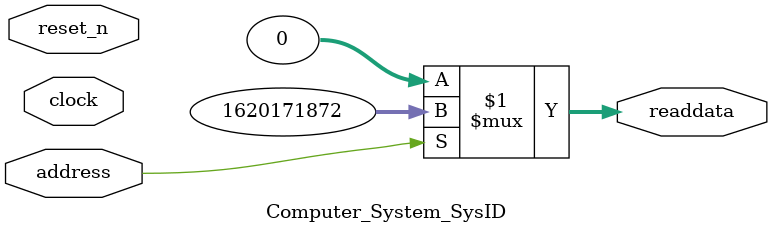
<source format=v>



// synthesis translate_off
`timescale 1ns / 1ps
// synthesis translate_on

// turn off superfluous verilog processor warnings 
// altera message_level Level1 
// altera message_off 10034 10035 10036 10037 10230 10240 10030 

module Computer_System_SysID (
               // inputs:
                address,
                clock,
                reset_n,

               // outputs:
                readdata
             )
;

  output  [ 31: 0] readdata;
  input            address;
  input            clock;
  input            reset_n;

  wire    [ 31: 0] readdata;
  //control_slave, which is an e_avalon_slave
  assign readdata = address ? 1620171872 : 0;

endmodule



</source>
